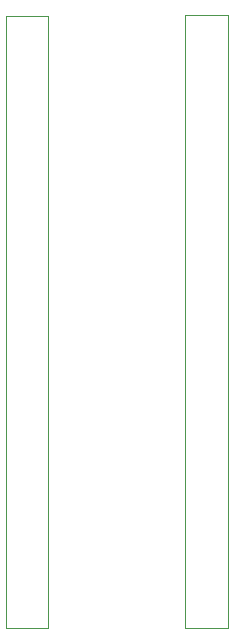
<source format=gbr>
G04 #@! TF.GenerationSoftware,KiCad,Pcbnew,no-vcs-found-91ed3e2~59~ubuntu16.04.1*
G04 #@! TF.CreationDate,2017-10-23T14:28:14-03:00*
G04 #@! TF.ProjectId,ciaa-z3r0,636961612D7A3372302E6B696361645F,rev?*
G04 #@! TF.SameCoordinates,Original*
G04 #@! TF.FileFunction,Other,User*
%FSLAX46Y46*%
G04 Gerber Fmt 4.6, Leading zero omitted, Abs format (unit mm)*
G04 Created by KiCad (PCBNEW no-vcs-found-91ed3e2~59~ubuntu16.04.1) date Mon Oct 23 14:28:14 2017*
%MOMM*%
%LPD*%
G01*
G04 APERTURE LIST*
%ADD10C,0.050000*%
G04 APERTURE END LIST*
D10*
X117738000Y-70025000D02*
X121338000Y-70025000D01*
X117738000Y-121875000D02*
X117738000Y-70025000D01*
X121338000Y-121875000D02*
X117738000Y-121875000D01*
X121338000Y-70025000D02*
X121338000Y-121875000D01*
X136540619Y-69982500D02*
X136540619Y-121832500D01*
X136540619Y-121832500D02*
X132940619Y-121832500D01*
X132940619Y-121832500D02*
X132940619Y-69982500D01*
X132940619Y-69982500D02*
X136540619Y-69982500D01*
M02*

</source>
